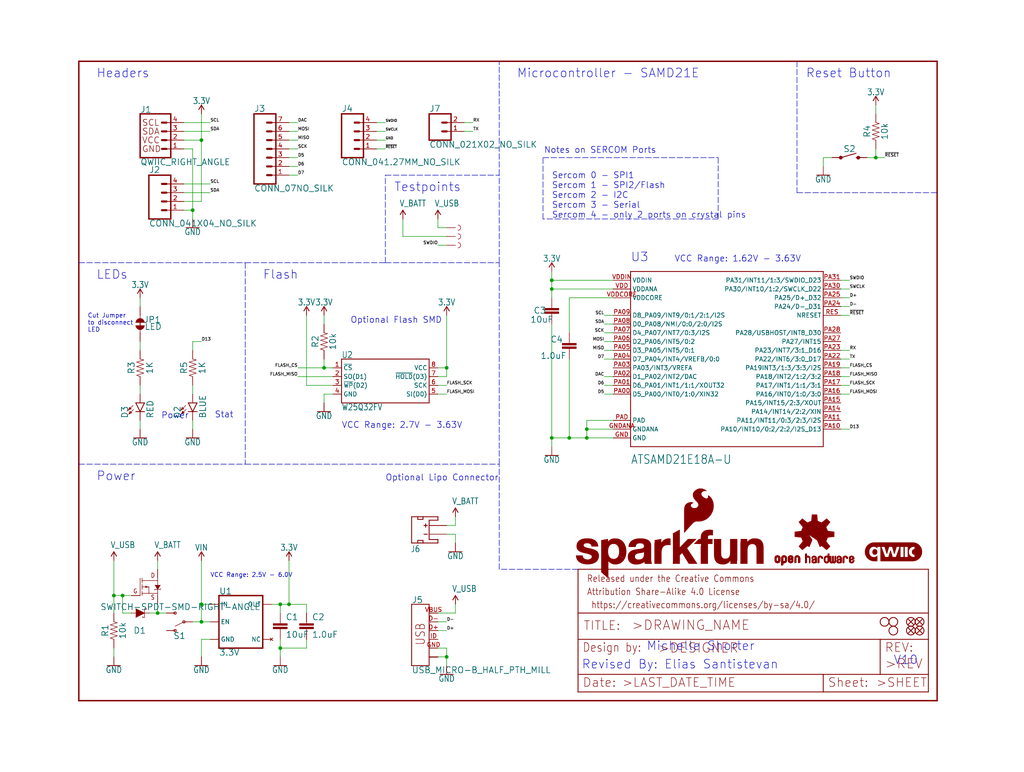
<source format=kicad_sch>
(kicad_sch (version 20211123) (generator eeschema)
  (paper "User" 297.002 223.926)
  (lib_symbols
    (symbol "eagleSchem-eagle-import:1.0UF-0402-16V-10%"
      (property "Reference" "C" (at 1.524 2.921 0))
      (property "Value" "1.0UF-0402-16V-10%" (at 1.524 -2.159 0))
      (symbol "1.0UF-0402-16V-10%_1_0"
        (pin passive line (at 0 5.08 270) (length 2.54) (name "1") (number "1"))
        (pin passive line (at 0 -2.54 90) (length 2.54) (name "2") (number "2"))
      )
    )
    (symbol "eagleSchem-eagle-import:10KOHM-0402-1{slash}16W-1%"
      (property "Reference" "R" (at 0 1.524 0))
      (property "Value" "10KOHM-0402-1{slash}16W-1%" (at 0 -1.524 0))
      (symbol "10KOHM-0402-1{slash}16W-1%_1_0"
        (pin passive line (at -5.08 0 0) (length 2.54) (name "1") (number "1"))
        (pin passive line (at 5.08 0 180) (length 2.54) (name "2") (number "2"))
      )
    )
    (symbol "eagleSchem-eagle-import:10UF-0603-6.3V-20%"
      (property "Reference" "C" (at 1.524 2.921 0))
      (property "Value" "10UF-0603-6.3V-20%" (at 1.524 -2.159 0))
      (symbol "10UF-0603-6.3V-20%_1_0"
        (pin passive line (at 0 5.08 270) (length 2.54) (name "1") (number "1"))
        (pin passive line (at 0 -2.54 90) (length 2.54) (name "2") (number "2"))
      )
    )
    (symbol "eagleSchem-eagle-import:1KOHM-0402-1{slash}16W-1%"
      (property "Reference" "R" (at 0 1.524 0))
      (property "Value" "1KOHM-0402-1{slash}16W-1%" (at 0 -1.524 0))
      (symbol "1KOHM-0402-1{slash}16W-1%_1_0"
        (pin passive line (at -5.08 0 0) (length 2.54) (name "1") (number "1"))
        (pin passive line (at 5.08 0 180) (length 2.54) (name "2") (number "2"))
      )
    )
    (symbol "eagleSchem-eagle-import:3.3V" (power)
      (property "Value" "3.3V" (at 0 2.794 0))
      (symbol "3.3V_1_0"
        (pin power_in line (at 0 0 90) (length 2.54) (name "3.3V") (number "1"))
      )
    )
    (symbol "eagleSchem-eagle-import:ATSAMD21E18A-U"
      (property "Reference" "U" (at -27.94 27.94 0))
      (property "Value" "ATSAMD21E18A-U" (at -27.94 -30.48 0))
      (symbol "ATSAMD21E18A-U_1_0"
        (pin power_in line (at -33.02 -22.86 0) (length 5.08) (name "GND") (number "GND"))
        (pin power_in line (at -33.02 -20.32 0) (length 5.08) (name "GNDANA") (number "GNDANA"))
        (pin bidirectional line (at -33.02 -10.16 0) (length 5.08) (name "D5_PA00/INT0/1:0/XIN32") (number "PA00"))
        (pin bidirectional line (at -33.02 -7.62 0) (length 5.08) (name "D6_PA01/INT1/1:1/XOUT32") (number "PA01"))
        (pin bidirectional line (at -33.02 -5.08 0) (length 5.08) (name "D1_PA02/INT2/DAC") (number "PA02"))
        (pin bidirectional line (at -33.02 -2.54 0) (length 5.08) (name "PA03/INT3/VREFA") (number "PA03"))
        (pin bidirectional line (at -33.02 0 0) (length 5.08) (name "D7_PA04/INT4/VREFB/0:0") (number "PA04"))
        (pin bidirectional line (at -33.02 2.54 0) (length 5.08) (name "D3_PA05/INT5/0:1") (number "PA05"))
        (pin bidirectional line (at -33.02 5.08 0) (length 5.08) (name "D2_PA06/INT5/0:2") (number "PA06"))
        (pin bidirectional line (at -33.02 7.62 0) (length 5.08) (name "D4_PA07/INT7/0:3/I2S") (number "PA07"))
        (pin bidirectional line (at -33.02 10.16 0) (length 5.08) (name "D0_PA08/NMI/0:0/2:0/I2S") (number "PA08"))
        (pin bidirectional line (at -33.02 12.7 0) (length 5.08) (name "D8_PA09/INT9/0:1/2:1/I2S") (number "PA09"))
        (pin bidirectional line (at 33.02 -20.32 180) (length 5.08) (name "PA10/INT10/0:2/2:2/I2S_D13") (number "PA10"))
        (pin bidirectional line (at 33.02 -17.78 180) (length 5.08) (name "PA11/INT11/0:3/2:3/I2S") (number "PA11"))
        (pin bidirectional line (at 33.02 -15.24 180) (length 5.08) (name "PA14/INT14/2:2/XIN") (number "PA14"))
        (pin bidirectional line (at 33.02 -12.7 180) (length 5.08) (name "PA15/INT15/2:3/XOUT") (number "PA15"))
        (pin bidirectional line (at 33.02 -10.16 180) (length 5.08) (name "PA16/INT0/1:0/3:0") (number "PA16"))
        (pin bidirectional line (at 33.02 -7.62 180) (length 5.08) (name "PA17/INT1/1:1/3:1") (number "PA17"))
        (pin bidirectional line (at 33.02 -5.08 180) (length 5.08) (name "PA18/INT2/1:2/3:2") (number "PA18"))
        (pin bidirectional line (at 33.02 -2.54 180) (length 5.08) (name "PA19INT3/1:3/3:3/I2S") (number "PA19"))
        (pin bidirectional line (at 33.02 0 180) (length 5.08) (name "PA22/INT6/3:0_D17") (number "PA22"))
        (pin bidirectional line (at 33.02 2.54 180) (length 5.08) (name "PA23/INT7/3:1_D16") (number "PA23"))
        (pin bidirectional line (at 33.02 15.24 180) (length 5.08) (name "PA24/D-_D31") (number "PA24"))
        (pin bidirectional line (at 33.02 17.78 180) (length 5.08) (name "PA25/D+_D32") (number "PA25"))
        (pin bidirectional line (at 33.02 5.08 180) (length 5.08) (name "PA27/INT15") (number "PA27"))
        (pin bidirectional line (at 33.02 7.62 180) (length 5.08) (name "PA28/USBHOST/INT8_D30") (number "PA28"))
        (pin bidirectional line (at 33.02 20.32 180) (length 5.08) (name "PA30/INT10/1:2/SWCLK_D22") (number "PA30"))
        (pin bidirectional line (at 33.02 22.86 180) (length 5.08) (name "PA31/INT11/1:3/SWDIO_D23") (number "PA31"))
        (pin power_in line (at -33.02 -17.78 0) (length 5.08) (name "PAD") (number "PAD"))
        (pin bidirectional line (at 33.02 12.7 180) (length 5.08) (name "NRESET") (number "RES"))
        (pin power_in line (at -33.02 20.32 0) (length 5.08) (name "VDDANA") (number "VDD"))
        (pin power_in line (at -33.02 17.78 0) (length 5.08) (name "VDDCORE") (number "VDDCORE"))
        (pin power_in line (at -33.02 22.86 0) (length 5.08) (name "VDDIN") (number "VDDIN"))
      )
    )
    (symbol "eagleSchem-eagle-import:CONN_021X02_NO_SILK"
      (property "Reference" "J" (at -2.54 5.588 0))
      (property "Value" "CONN_021X02_NO_SILK" (at -2.54 -4.826 0))
      (symbol "CONN_021X02_NO_SILK_1_0"
        (pin passive line (at 7.62 0 180) (length 5.08) (name "1") (number "1"))
        (pin passive line (at 7.62 2.54 180) (length 5.08) (name "2") (number "2"))
      )
    )
    (symbol "eagleSchem-eagle-import:CONN_041.27MM_NO_SILK"
      (property "Reference" "J" (at -5.08 8.128 0))
      (property "Value" "CONN_041.27MM_NO_SILK" (at -5.08 -7.366 0))
      (symbol "CONN_041.27MM_NO_SILK_1_0"
        (pin passive line (at 5.08 -2.54 180) (length 5.08) (name "1") (number "1"))
        (pin passive line (at 5.08 0 180) (length 5.08) (name "2") (number "2"))
        (pin passive line (at 5.08 2.54 180) (length 5.08) (name "3") (number "3"))
        (pin passive line (at 5.08 5.08 180) (length 5.08) (name "4") (number "4"))
      )
    )
    (symbol "eagleSchem-eagle-import:CONN_041X04_NO_SILK"
      (property "Reference" "J" (at -5.08 8.128 0))
      (property "Value" "CONN_041X04_NO_SILK" (at -5.08 -7.366 0))
      (symbol "CONN_041X04_NO_SILK_1_0"
        (pin passive line (at 5.08 -2.54 180) (length 5.08) (name "1") (number "1"))
        (pin passive line (at 5.08 0 180) (length 5.08) (name "2") (number "2"))
        (pin passive line (at 5.08 2.54 180) (length 5.08) (name "3") (number "3"))
        (pin passive line (at 5.08 5.08 180) (length 5.08) (name "4") (number "4"))
      )
    )
    (symbol "eagleSchem-eagle-import:CONN_07NO_SILK"
      (property "Reference" "J" (at -5.08 13.208 0))
      (property "Value" "CONN_07NO_SILK" (at -5.08 -9.906 0))
      (symbol "CONN_07NO_SILK_1_0"
        (pin passive line (at 5.08 -5.08 180) (length 5.08) (name "1") (number "1"))
        (pin passive line (at 5.08 -2.54 180) (length 5.08) (name "2") (number "2"))
        (pin passive line (at 5.08 0 180) (length 5.08) (name "3") (number "3"))
        (pin passive line (at 5.08 2.54 180) (length 5.08) (name "4") (number "4"))
        (pin passive line (at 5.08 5.08 180) (length 5.08) (name "5") (number "5"))
        (pin passive line (at 5.08 7.62 180) (length 5.08) (name "6") (number "6"))
        (pin passive line (at 5.08 10.16 180) (length 5.08) (name "7") (number "7"))
      )
    )
    (symbol "eagleSchem-eagle-import:DIODE-SCHOTTKY-BAT20J"
      (property "Reference" "D" (at -2.54 2.032 0))
      (property "Value" "DIODE-SCHOTTKY-BAT20J" (at -2.54 -2.032 0))
      (symbol "DIODE-SCHOTTKY-BAT20J_1_0"
        (pin passive line (at -2.54 0 0) (length 0) (name "A") (number "A"))
        (pin passive line (at 2.54 0 180) (length 0) (name "C") (number "C"))
      )
    )
    (symbol "eagleSchem-eagle-import:FIDUCIALUFIDUCIAL")
    (symbol "eagleSchem-eagle-import:FRAME-LETTER"
      (symbol "FRAME-LETTER_2_0"
        (text " https://creativecommons.org/licenses/by-sa/4.0/" (at 2.54 24.13 0) (effects (font (size 1.9304 1.6408)) (justify left bottom)))
        (text ">DESIGNER" (at 23.114 11.176 0) (effects (font (size 2.7432 2.7432)) (justify left bottom)))
        (text ">DRAWING_NAME" (at 15.494 17.78 0) (effects (font (size 2.7432 2.7432)) (justify left bottom)))
        (text ">LAST_DATE_TIME" (at 12.7 1.27 0) (effects (font (size 2.54 2.54)) (justify left bottom)))
        (text ">REV" (at 88.9 6.604 0) (effects (font (size 2.7432 2.7432)) (justify left bottom)))
        (text ">SHEET" (at 86.36 1.27 0) (effects (font (size 2.54 2.54)) (justify left bottom)))
        (text "Attribution Share-Alike 4.0 License" (at 2.54 27.94 0) (effects (font (size 1.9304 1.6408)) (justify left bottom)))
        (text "Date:" (at 1.27 1.27 0) (effects (font (size 2.54 2.54)) (justify left bottom)))
        (text "Design by:" (at 1.27 11.43 0) (effects (font (size 2.54 2.159)) (justify left bottom)))
        (text "Released under the Creative Commons" (at 2.54 31.75 0) (effects (font (size 1.9304 1.6408)) (justify left bottom)))
        (text "REV:" (at 88.9 11.43 0) (effects (font (size 2.54 2.54)) (justify left bottom)))
        (text "Sheet:" (at 72.39 1.27 0) (effects (font (size 2.54 2.54)) (justify left bottom)))
        (text "TITLE:" (at 1.524 17.78 0) (effects (font (size 2.54 2.54)) (justify left bottom)))
      )
    )
    (symbol "eagleSchem-eagle-import:GND" (power)
      (property "Value" "GND" (at 0 -0.254 0))
      (symbol "GND_1_0"
        (pin power_in line (at 0 2.54 270) (length 2.54) (name "GND") (number "1"))
      )
    )
    (symbol "eagleSchem-eagle-import:JST_2MM_MALE"
      (property "Reference" "J" (at -2.54 5.842 0))
      (symbol "JST_2MM_MALE_1_0"
        (pin bidirectional line (at 0 -5.08 90) (length 5.08) (name "-") (number "1"))
        (pin bidirectional line (at 2.54 -5.08 90) (length 5.08) (name "+") (number "2"))
        (pin bidirectional line (at -2.54 2.54 90) (length 0) (name "PAD1") (number "NC1"))
        (pin bidirectional line (at 5.08 2.54 90) (length 0) (name "PAD2") (number "NC2"))
      )
    )
    (symbol "eagleSchem-eagle-import:JUMPER-SMT_2_NC_TRACE_SILK"
      (property "Reference" "JP" (at -2.54 2.54 0))
      (property "Value" "JUMPER-SMT_2_NC_TRACE_SILK" (at -2.54 -2.54 0))
      (symbol "JUMPER-SMT_2_NC_TRACE_SILK_1_0"
        (pin passive line (at -5.08 0 0) (length 2.54) (name "1") (number "1"))
        (pin passive line (at 5.08 0 180) (length 2.54) (name "2") (number "2"))
      )
    )
    (symbol "eagleSchem-eagle-import:LED-BLUE0603"
      (property "Reference" "D" (at -3.429 -4.572 90))
      (property "Value" "LED-BLUE0603" (at 1.905 -4.572 90))
      (symbol "LED-BLUE0603_1_0"
        (pin passive line (at 0 2.54 270) (length 2.54) (name "A") (number "A"))
        (pin passive line (at 0 -5.08 90) (length 2.54) (name "C") (number "C"))
      )
    )
    (symbol "eagleSchem-eagle-import:LED-RED0603"
      (property "Reference" "D" (at -3.429 -4.572 90))
      (property "Value" "LED-RED0603" (at 1.905 -4.572 90))
      (symbol "LED-RED0603_1_0"
        (pin passive line (at 0 2.54 270) (length 2.54) (name "A") (number "A"))
        (pin passive line (at 0 -5.08 90) (length 2.54) (name "C") (number "C"))
      )
    )
    (symbol "eagleSchem-eagle-import:MOMENTARY-SWITCH-SPST-SMD-4.6X2.8MM"
      (property "Reference" "S" (at 0 1.524 0))
      (property "Value" "MOMENTARY-SWITCH-SPST-SMD-4.6X2.8MM" (at 0 -0.508 0))
      (symbol "MOMENTARY-SWITCH-SPST-SMD-4.6X2.8MM_1_0"
        (pin passive line (at -5.08 0 0) (length 2.54) (name "1") (number "1"))
        (pin passive line (at -5.08 0 0) (length 2.54) (name "1") (number "2"))
        (pin passive line (at 5.08 0 180) (length 2.54) (name "2") (number "3"))
        (pin passive line (at 5.08 0 180) (length 2.54) (name "2") (number "4"))
      )
    )
    (symbol "eagleSchem-eagle-import:MOSFET_PCH-DMG2307L"
      (property "Reference" "Q" (at 5.08 0 0))
      (property "Value" "MOSFET_PCH-DMG2307L" (at 5.08 -2.54 0))
      (symbol "MOSFET_PCH-DMG2307L_1_0"
        (text "D" (at 0.508 2.54 0) (effects (font (size 1.27 1.0795)) (justify left bottom)))
        (text "G" (at -3.302 -0.508 0) (effects (font (size 1.27 1.0795)) (justify right top)))
        (text "S" (at 0.508 -3.81 0) (effects (font (size 1.27 1.0795)) (justify left bottom)))
        (pin bidirectional line (at -5.08 -2.54 0) (length 2.54) (name "G") (number "1"))
        (pin bidirectional line (at 2.54 -5.08 90) (length 2.54) (name "S") (number "2"))
        (pin bidirectional line (at 2.54 5.08 270) (length 2.54) (name "D") (number "3"))
      )
    )
    (symbol "eagleSchem-eagle-import:OSHW-LOGOS")
    (symbol "eagleSchem-eagle-import:QWIIC_CONNECTORJS-1MM"
      (property "Reference" "J" (at -5.08 7.874 0))
      (property "Value" "QWIIC_CONNECTORJS-1MM" (at -5.08 -5.334 0))
      (symbol "QWIIC_CONNECTORJS-1MM_1_0"
        (text "GND" (at -4.572 -2.54 0) (effects (font (size 1.778 1.778)) (justify left)))
        (text "SCL" (at -4.572 5.08 0) (effects (font (size 1.778 1.778)) (justify left)))
        (text "SDA" (at -4.572 2.54 0) (effects (font (size 1.778 1.778)) (justify left)))
        (text "VCC" (at -4.572 0 0) (effects (font (size 1.778 1.778)) (justify left)))
        (pin power_in line (at 7.62 -2.54 180) (length 5.08) (name "1") (number "1"))
        (pin power_in line (at 7.62 0 180) (length 5.08) (name "2") (number "2"))
        (pin passive line (at 7.62 2.54 180) (length 5.08) (name "3") (number "3"))
        (pin passive line (at 7.62 5.08 180) (length 5.08) (name "4") (number "4"))
      )
    )
    (symbol "eagleSchem-eagle-import:QWIIC_LOGO_3MM")
    (symbol "eagleSchem-eagle-import:SFE_LOGO_FLAME.2_INCH")
    (symbol "eagleSchem-eagle-import:SFE_LOGO_NAME.1_INCH")
    (symbol "eagleSchem-eagle-import:STAND-OFF")
    (symbol "eagleSchem-eagle-import:SWITCH-SPDT-SMD-RIGHT-ANGLE"
      (property "Reference" "S" (at 1.27 3.048 0))
      (property "Value" "SWITCH-SPDT-SMD-RIGHT-ANGLE" (at 1.016 -3.302 0))
      (symbol "SWITCH-SPDT-SMD-RIGHT-ANGLE_1_0"
        (pin passive line (at 5.08 2.54 180) (length 2.54) (name "O") (number "1"))
        (pin passive line (at -2.54 0 0) (length 2.54) (name "P") (number "2"))
        (pin passive line (at 5.08 -2.54 180) (length 2.54) (name "S") (number "3"))
      )
    )
    (symbol "eagleSchem-eagle-import:TEST-POINTTP_15TH_THRU"
      (property "Reference" "TP" (at -2.54 2.54 0))
      (property "Value" "TEST-POINTTP_15TH_THRU" (at -2.54 -2.54 0))
      (symbol "TEST-POINTTP_15TH_THRU_1_0"
        (pin bidirectional line (at 0 0 180) (length 0) (name "1") (number "P$1"))
      )
    )
    (symbol "eagleSchem-eagle-import:USB_MICRO-B_HALF_PTH_MILL"
      (property "Reference" "J" (at -2.54 10.414 0))
      (property "Value" "USB_MICRO-B_HALF_PTH_MILL" (at -2.54 -9.906 0))
      (symbol "USB_MICRO-B_HALF_PTH_MILL_1_0"
        (text "USB" (at 0 1.524 900) (effects (font (size 2.54 2.159))))
        (pin bidirectional line (at 5.08 2.54 180) (length 2.54) (name "D+") (number "D+"))
        (pin bidirectional line (at 5.08 5.08 180) (length 2.54) (name "D-") (number "D-"))
        (pin power_in line (at 5.08 -2.54 180) (length 2.54) (name "GND") (number "GND"))
        (pin bidirectional line (at 5.08 0 180) (length 2.54) (name "ID") (number "ID"))
        (pin bidirectional line (at 5.08 -5.08 180) (length 2.54) (name "SHIELD") (number "SHIELD"))
        (pin bidirectional line (at 5.08 -5.08 180) (length 2.54) (name "SHIELD") (number "SHIELD10"))
        (pin bidirectional line (at 5.08 -5.08 180) (length 2.54) (name "SHIELD") (number "SHIELD2"))
        (pin bidirectional line (at 5.08 -5.08 180) (length 2.54) (name "SHIELD") (number "SHIELD3"))
        (pin bidirectional line (at 5.08 -5.08 180) (length 2.54) (name "SHIELD") (number "SHIELD4"))
        (pin bidirectional line (at 5.08 -5.08 180) (length 2.54) (name "SHIELD") (number "SHIELD5"))
        (pin bidirectional line (at 5.08 -5.08 180) (length 2.54) (name "SHIELD") (number "SHIELD6"))
        (pin bidirectional line (at 5.08 -5.08 180) (length 2.54) (name "SHIELD") (number "SHIELD7"))
        (pin bidirectional line (at 5.08 -5.08 180) (length 2.54) (name "SHIELD") (number "SHIELD8"))
        (pin bidirectional line (at 5.08 -5.08 180) (length 2.54) (name "SHIELD") (number "SHIELD9"))
        (pin power_in line (at 5.08 7.62 180) (length 2.54) (name "VBUS") (number "VBUS"))
      )
    )
    (symbol "eagleSchem-eagle-import:VIN" (power)
      (property "Value" "VIN" (at 0 2.794 0))
      (symbol "VIN_1_0"
        (pin power_in line (at 0 0 90) (length 2.54) (name "VIN") (number "1"))
      )
    )
    (symbol "eagleSchem-eagle-import:V_BATT" (power)
      (property "Value" "V_BATT" (at 0 2.794 0))
      (symbol "V_BATT_1_0"
        (pin power_in line (at 0 0 90) (length 2.54) (name "V_BATT") (number "1"))
      )
    )
    (symbol "eagleSchem-eagle-import:V_REG_AP2112K-3.3V"
      (property "Reference" "U" (at -7.62 7.874 0))
      (property "Value" "V_REG_AP2112K-3.3V" (at -7.62 -7.874 0))
      (symbol "V_REG_AP2112K-3.3V_1_0"
        (pin input line (at -10.16 5.08 0) (length 2.54) (name "IN") (number "1"))
        (pin input line (at -10.16 -5.08 0) (length 2.54) (name "GND") (number "2"))
        (pin input line (at -10.16 0 0) (length 2.54) (name "EN") (number "3"))
        (pin no_connect line (at 7.62 -5.08 180) (length 2.54) (name "NC") (number "4"))
        (pin passive line (at 7.62 5.08 180) (length 2.54) (name "OUT") (number "5"))
      )
    )
    (symbol "eagleSchem-eagle-import:V_USB" (power)
      (property "Value" "V_USB" (at 0 2.794 0))
      (symbol "V_USB_1_0"
        (pin power_in line (at 0 0 90) (length 2.54) (name "V_USB") (number "1"))
      )
    )
    (symbol "eagleSchem-eagle-import:W25Q32FVSS"
      (property "Reference" "U" (at -12.7 5.334 0))
      (property "Value" "W25Q32FVSS" (at -12.7 -7.874 0))
      (symbol "W25Q32FVSS_1_0"
        (pin bidirectional line (at -15.24 2.54 0) (length 2.54) (name "~{CS}") (number "1"))
        (pin bidirectional line (at -15.24 0 0) (length 2.54) (name "SO(D1)") (number "2"))
        (pin bidirectional line (at -15.24 -2.54 0) (length 2.54) (name "~{WP}(D2)") (number "3"))
        (pin bidirectional line (at -15.24 -5.08 0) (length 2.54) (name "GND") (number "4"))
        (pin bidirectional line (at 15.24 -5.08 180) (length 2.54) (name "SI(D0)") (number "5"))
        (pin bidirectional line (at 15.24 -2.54 180) (length 2.54) (name "SCK") (number "6"))
        (pin bidirectional line (at 15.24 0 180) (length 2.54) (name "~{HOLD}(D3)") (number "7"))
        (pin bidirectional line (at 15.24 2.54 180) (length 2.54) (name "VCC") (number "8"))
      )
    )
  )
  (junction (at 55.88 60.96))
  (junction (at 254 45.72))
  (junction (at 129.54 190.5))
  (junction (at 165.1 127))
  (junction (at 129.54 106.68))
  (junction (at 160.02 127))
  (junction (at 160.02 81.28))
  (junction (at 81.28 187.96))
  (junction (at 170.18 124.46))
  (junction (at 35.56 172.72))
  (junction (at 33.02 172.72))
  (junction (at 83.82 175.26))
  (junction (at 81.28 175.26))
  (junction (at 58.42 40.64))
  (junction (at 45.72 177.8))
  (junction (at 93.98 106.68))
  (junction (at 160.02 83.82))
  (junction (at 58.42 175.26))
  (junction (at 58.42 180.34))
  (junction (at 170.18 127))
  (wire (pts (xy 132.08 177.8) (xy 132.08 175.26)))
  (wire (pts (xy 243.84 101.6) (xy 246.38 101.6)))
  (wire (pts (xy 45.72 175.26) (xy 45.72 177.8)))
  (wire (pts (xy 83.82 175.26) (xy 83.82 162.56)))
  (wire (pts (xy 177.8 101.6) (xy 175.26 101.6)))
  (polyline (pts (xy 157.48 45.72) (xy 208.28 45.72)))
  (wire (pts (xy 160.02 81.28) (xy 160.02 78.74)))
  (wire (pts (xy 127 106.68) (xy 129.54 106.68)))
  (wire (pts (xy 93.98 93.98) (xy 93.98 91.44)))
  (wire (pts (xy 127 180.34) (xy 129.54 180.34)))
  (wire (pts (xy 55.88 114.3) (xy 55.88 111.76)))
  (wire (pts (xy 160.02 86.36) (xy 160.02 83.82)))
  (wire (pts (xy 35.56 177.8) (xy 38.1 177.8)))
  (wire (pts (xy 134.62 35.56) (xy 137.16 35.56)))
  (wire (pts (xy 93.98 104.14) (xy 93.98 106.68)))
  (wire (pts (xy 83.82 40.64) (xy 86.36 40.64)))
  (wire (pts (xy 81.28 185.42) (xy 81.28 187.96)))
  (wire (pts (xy 129.54 190.5) (xy 129.54 193.04)))
  (wire (pts (xy 160.02 127) (xy 160.02 93.98)))
  (wire (pts (xy 243.84 106.68) (xy 246.38 106.68)))
  (wire (pts (xy 93.98 114.3) (xy 93.98 116.84)))
  (wire (pts (xy 165.1 127) (xy 170.18 127)))
  (wire (pts (xy 88.9 175.26) (xy 83.82 175.26)))
  (wire (pts (xy 241.3 45.72) (xy 238.76 45.72)))
  (wire (pts (xy 45.72 162.56) (xy 45.72 165.1)))
  (wire (pts (xy 243.84 81.28) (xy 246.38 81.28)))
  (wire (pts (xy 38.1 172.72) (xy 35.56 172.72)))
  (wire (pts (xy 129.54 154.94) (xy 132.08 154.94)))
  (wire (pts (xy 127 177.8) (xy 132.08 177.8)))
  (polyline (pts (xy 231.14 55.88) (xy 271.78 55.88)))
  (wire (pts (xy 129.54 71.12) (xy 127 71.12)))
  (wire (pts (xy 165.1 104.14) (xy 165.1 127)))
  (wire (pts (xy 177.8 109.22) (xy 175.26 109.22)))
  (wire (pts (xy 83.82 35.56) (xy 86.36 35.56)))
  (wire (pts (xy 254 45.72) (xy 256.54 45.72)))
  (wire (pts (xy 116.84 68.58) (xy 116.84 63.5)))
  (wire (pts (xy 33.02 190.5) (xy 33.02 187.96)))
  (wire (pts (xy 129.54 109.22) (xy 129.54 106.68)))
  (wire (pts (xy 251.46 45.72) (xy 254 45.72)))
  (wire (pts (xy 127 182.88) (xy 129.54 182.88)))
  (polyline (pts (xy 144.78 165.1) (xy 144.78 134.62)))
  (polyline (pts (xy 71.12 76.2) (xy 71.12 134.62)))
  (wire (pts (xy 58.42 58.42) (xy 58.42 40.64)))
  (wire (pts (xy 165.1 127) (xy 160.02 127)))
  (polyline (pts (xy 144.78 76.2) (xy 144.78 50.8)))
  (wire (pts (xy 96.52 106.68) (xy 93.98 106.68)))
  (wire (pts (xy 88.9 185.42) (xy 88.9 187.96)))
  (wire (pts (xy 243.84 91.44) (xy 246.38 91.44)))
  (polyline (pts (xy 144.78 50.8) (xy 144.78 17.78)))
  (polyline (pts (xy 111.76 76.2) (xy 144.78 76.2)))
  (polyline (pts (xy 71.12 76.2) (xy 111.76 76.2)))
  (polyline (pts (xy 157.48 63.5) (xy 157.48 45.72)))
  (wire (pts (xy 129.54 152.4) (xy 132.08 152.4)))
  (wire (pts (xy 177.8 121.92) (xy 170.18 121.92)))
  (wire (pts (xy 45.72 177.8) (xy 48.26 177.8)))
  (wire (pts (xy 83.82 175.26) (xy 81.28 175.26)))
  (wire (pts (xy 127 187.96) (xy 129.54 187.96)))
  (wire (pts (xy 53.34 38.1) (xy 60.96 38.1)))
  (wire (pts (xy 83.82 38.1) (xy 86.36 38.1)))
  (wire (pts (xy 177.8 81.28) (xy 160.02 81.28)))
  (wire (pts (xy 254 33.02) (xy 254 30.48)))
  (wire (pts (xy 129.54 66.04) (xy 127 66.04)))
  (wire (pts (xy 109.22 40.64) (xy 111.76 40.64)))
  (wire (pts (xy 53.34 53.34) (xy 60.96 53.34)))
  (wire (pts (xy 96.52 109.22) (xy 86.36 109.22)))
  (wire (pts (xy 177.8 86.36) (xy 165.1 86.36)))
  (wire (pts (xy 53.34 43.18) (xy 55.88 43.18)))
  (wire (pts (xy 53.34 60.96) (xy 55.88 60.96)))
  (wire (pts (xy 127 111.76) (xy 129.54 111.76)))
  (wire (pts (xy 238.76 45.72) (xy 238.76 48.26)))
  (wire (pts (xy 93.98 106.68) (xy 86.36 106.68)))
  (wire (pts (xy 243.84 104.14) (xy 246.38 104.14)))
  (wire (pts (xy 33.02 177.8) (xy 33.02 172.72)))
  (polyline (pts (xy 111.76 50.8) (xy 144.78 50.8)))
  (polyline (pts (xy 22.86 134.62) (xy 71.12 134.62)))
  (polyline (pts (xy 22.86 76.2) (xy 71.12 76.2)))
  (wire (pts (xy 177.8 124.46) (xy 170.18 124.46)))
  (wire (pts (xy 60.96 175.26) (xy 58.42 175.26)))
  (polyline (pts (xy 167.64 165.1) (xy 144.78 165.1)))
  (wire (pts (xy 177.8 93.98) (xy 175.26 93.98)))
  (wire (pts (xy 134.62 38.1) (xy 137.16 38.1)))
  (polyline (pts (xy 208.28 45.72) (xy 208.28 63.5)))
  (wire (pts (xy 58.42 180.34) (xy 58.42 175.26)))
  (wire (pts (xy 55.88 60.96) (xy 55.88 63.5)))
  (wire (pts (xy 53.34 58.42) (xy 58.42 58.42)))
  (wire (pts (xy 60.96 180.34) (xy 58.42 180.34)))
  (wire (pts (xy 177.8 83.82) (xy 160.02 83.82)))
  (wire (pts (xy 165.1 86.36) (xy 165.1 96.52)))
  (wire (pts (xy 60.96 185.42) (xy 58.42 185.42)))
  (wire (pts (xy 243.84 83.82) (xy 246.38 83.82)))
  (wire (pts (xy 96.52 114.3) (xy 93.98 114.3)))
  (wire (pts (xy 58.42 175.26) (xy 58.42 162.56)))
  (wire (pts (xy 243.84 109.22) (xy 246.38 109.22)))
  (wire (pts (xy 127 109.22) (xy 129.54 109.22)))
  (wire (pts (xy 243.84 111.76) (xy 246.38 111.76)))
  (wire (pts (xy 170.18 124.46) (xy 170.18 127)))
  (wire (pts (xy 81.28 187.96) (xy 81.28 190.5)))
  (wire (pts (xy 243.84 124.46) (xy 246.38 124.46)))
  (wire (pts (xy 58.42 40.64) (xy 58.42 33.02)))
  (polyline (pts (xy 208.28 63.5) (xy 157.48 63.5)))
  (polyline (pts (xy 144.78 134.62) (xy 144.78 76.2)))
  (wire (pts (xy 88.9 187.96) (xy 81.28 187.96)))
  (wire (pts (xy 33.02 162.56) (xy 33.02 172.72)))
  (wire (pts (xy 243.84 114.3) (xy 246.38 114.3)))
  (wire (pts (xy 58.42 185.42) (xy 58.42 190.5)))
  (wire (pts (xy 127 66.04) (xy 127 63.5)))
  (wire (pts (xy 177.8 96.52) (xy 175.26 96.52)))
  (wire (pts (xy 129.54 106.68) (xy 129.54 91.44)))
  (wire (pts (xy 109.22 35.56) (xy 111.76 35.56)))
  (wire (pts (xy 55.88 101.6) (xy 55.88 99.06)))
  (wire (pts (xy 81.28 177.8) (xy 81.28 175.26)))
  (wire (pts (xy 109.22 43.18) (xy 111.76 43.18)))
  (wire (pts (xy 177.8 104.14) (xy 175.26 104.14)))
  (wire (pts (xy 177.8 127) (xy 170.18 127)))
  (wire (pts (xy 129.54 187.96) (xy 129.54 190.5)))
  (wire (pts (xy 40.64 99.06) (xy 40.64 101.6)))
  (wire (pts (xy 53.34 40.64) (xy 58.42 40.64)))
  (wire (pts (xy 83.82 45.72) (xy 86.36 45.72)))
  (polyline (pts (xy 231.14 17.78) (xy 231.14 55.88)))
  (wire (pts (xy 83.82 48.26) (xy 86.36 48.26)))
  (wire (pts (xy 132.08 154.94) (xy 132.08 157.48)))
  (wire (pts (xy 254 43.18) (xy 254 45.72)))
  (wire (pts (xy 35.56 172.72) (xy 33.02 172.72)))
  (wire (pts (xy 127 114.3) (xy 129.54 114.3)))
  (wire (pts (xy 53.34 55.88) (xy 60.96 55.88)))
  (wire (pts (xy 40.64 121.92) (xy 40.64 124.46)))
  (wire (pts (xy 88.9 111.76) (xy 88.9 91.44)))
  (wire (pts (xy 160.02 83.82) (xy 160.02 81.28)))
  (wire (pts (xy 83.82 43.18) (xy 86.36 43.18)))
  (wire (pts (xy 243.84 88.9) (xy 246.38 88.9)))
  (wire (pts (xy 127 190.5) (xy 129.54 190.5)))
  (wire (pts (xy 35.56 172.72) (xy 35.56 177.8)))
  (wire (pts (xy 132.08 152.4) (xy 132.08 149.86)))
  (wire (pts (xy 177.8 99.06) (xy 175.26 99.06)))
  (wire (pts (xy 129.54 68.58) (xy 116.84 68.58)))
  (wire (pts (xy 83.82 50.8) (xy 86.36 50.8)))
  (wire (pts (xy 96.52 111.76) (xy 88.9 111.76)))
  (wire (pts (xy 177.8 111.76) (xy 175.26 111.76)))
  (wire (pts (xy 55.88 180.34) (xy 58.42 180.34)))
  (wire (pts (xy 88.9 175.26) (xy 88.9 177.8)))
  (wire (pts (xy 55.88 43.18) (xy 55.88 60.96)))
  (wire (pts (xy 40.64 86.36) (xy 40.64 88.9)))
  (wire (pts (xy 177.8 114.3) (xy 175.26 114.3)))
  (wire (pts (xy 160.02 129.54) (xy 160.02 127)))
  (wire (pts (xy 43.18 177.8) (xy 45.72 177.8)))
  (wire (pts (xy 55.88 99.06) (xy 58.42 99.06)))
  (wire (pts (xy 109.22 38.1) (xy 111.76 38.1)))
  (wire (pts (xy 40.64 111.76) (xy 40.64 114.3)))
  (wire (pts (xy 243.84 86.36) (xy 246.38 86.36)))
  (wire (pts (xy 53.34 35.56) (xy 60.96 35.56)))
  (wire (pts (xy 170.18 121.92) (xy 170.18 124.46)))
  (wire (pts (xy 177.8 91.44) (xy 175.26 91.44)))
  (polyline (pts (xy 111.76 76.2) (xy 111.76 50.8)))
  (wire (pts (xy 78.74 175.26) (xy 81.28 175.26)))
  (polyline (pts (xy 71.12 134.62) (xy 144.78 134.62)))
  (wire (pts (xy 55.88 121.92) (xy 55.88 124.46)))
  (text "LEDs" (at 27.94 81.28 180) (effects (font (size 2.54 2.54)) (justify left bottom)))
  (text "Cut Jumper\nto disconnect\nLED" (at 25.4 96.52 180) (effects (font (size 1.27 1.27)) (justify left bottom)))
  (text "Reset Button" (at 233.68 22.86 180) (effects (font (size 2.54 2.54)) (justify left bottom)))
  (text "Michelle Shorter" (at 187.452 188.976 180) (effects (font (size 2.54 2.54)) (justify left bottom)))
  (text "Flash" (at 76.2 81.28 180) (effects (font (size 2.54 2.54)) (justify left bottom)))
  (text "Testpoints" (at 114.3 55.88 180) (effects (font (size 2.54 2.54)) (justify left bottom)))
  (text "V10" (at 259.08 193.04 180) (effects (font (size 2.54 2.54)) (justify left bottom)))
  (text "Power" (at 46.736 121.666 180) (effects (font (size 1.778 1.778)) (justify left bottom)))
  (text "Headers" (at 27.94 22.86 180) (effects (font (size 2.54 2.54)) (justify left bottom)))
  (text "VCC Range: 2.5V - 6.0V" (at 60.96 167.64 180) (effects (font (size 1.27 1.27)) (justify left bottom)))
  (text "VCC Range: 1.62V - 3.63V" (at 195.58 76.2 180) (effects (font (size 1.778 1.778)) (justify left bottom)))
  (text "U3" (at 182.88 76.2 180) (effects (font (size 2.54 2.54)) (justify left bottom)))
  (text "VCC Range: 2.7V - 3.63V" (at 99.06 124.46 180) (effects (font (size 1.778 1.778)) (justify left bottom)))
  (text "Notes on SERCOM Ports" (at 157.734 44.704 180) (effects (font (size 1.778 1.778)) (justify left bottom)))
  (text "Sercom 0 - SPI1\nSercom 1 - SPI2/Flash\nSercom 2 - I2C\nSercom 3 - Serial\nSercom 4 - only 2 ports on crystal pins" (at 160.02 63.5 0) (effects (font (size 1.778 1.778)) (justify left bottom)))
  (text "Optional Flash SMD" (at 101.6 93.98 180) (effects (font (size 1.778 1.778)) (justify left bottom)))
  (text "Stat" (at 62.23 121.412 180) (effects (font (size 1.778 1.778)) (justify left bottom)))
  (text "Power" (at 27.94 139.7 180) (effects (font (size 2.54 2.54)) (justify left bottom)))
  (text "Microcontroller - SAMD21E" (at 149.86 22.86 180) (effects (font (size 2.54 2.54)) (justify left bottom)))
  (text "Optional Lipo Connector" (at 111.76 139.7 180) (effects (font (size 1.778 1.778)) (justify left bottom)))
  (text "Revised By: Elias Santistevan" (at 168.656 194.31 180) (effects (font (size 2.54 2.54)) (justify left bottom)))
  (label "~{RESET}" (at 111.76 43.18 0) (effects (font (size 0.7112 0.7112))))
  (label "TX" (at 137.16 38.1 0) (effects (font (size 0.889 0.889))))
  (label "MISO" (at 86.36 40.64 0) (effects (font (size 0.889 0.889))))
  (label "RX" (at 137.16 35.56 0) (effects (font (size 0.889 0.889))))
  (label "SDA" (at 60.96 38.1 0) (effects (font (size 0.889 0.889))))
  (label "SWCLK" (at 111.76 38.1 0) (effects (font (size 0.7112 0.7112))))
  (label "DAC" (at 175.26 109.22 180) (effects (font (size 0.889 0.889))))
  (label "MOSI" (at 175.26 99.06 180) (effects (font (size 0.889 0.889))))
  (label "D6" (at 175.26 111.76 180) (effects (font (size 0.889 0.889))))
  (label "D6" (at 86.36 48.26 0) (effects (font (size 0.889 0.889))))
  (label "D13" (at 58.42 99.06 0) (effects (font (size 0.889 0.889))))
  (label "FLASH_MOSI" (at 129.54 114.3 0) (effects (font (size 0.889 0.889))))
  (label "D+" (at 246.38 86.36 0) (effects (font (size 0.889 0.889))))
  (label "SCK" (at 175.26 96.52 180) (effects (font (size 0.889 0.889))))
  (label "FLASH_SCK" (at 129.54 111.76 0) (effects (font (size 0.889 0.889))))
  (label "SCL" (at 60.96 53.34 0) (effects (font (size 0.889 0.889))))
  (label "SWDIO" (at 111.76 35.56 0) (effects (font (size 0.7112 0.7112))))
  (label "D5" (at 86.36 45.72 0) (effects (font (size 0.889 0.889))))
  (label "FLASH_CS" (at 246.38 106.68 0) (effects (font (size 0.889 0.889))))
  (label "FLASH_MOSI" (at 246.38 114.3 0) (effects (font (size 0.889 0.889))))
  (label "D5" (at 175.26 114.3 180) (effects (font (size 0.889 0.889))))
  (label "FLASH_SCK" (at 246.38 111.76 0) (effects (font (size 0.889 0.889))))
  (label "SCL" (at 175.26 91.44 180) (effects (font (size 0.889 0.889))))
  (label "MOSI" (at 86.36 38.1 0) (effects (font (size 0.889 0.889))))
  (label "DAC" (at 86.36 35.56 0) (effects (font (size 0.889 0.889))))
  (label "D7" (at 86.36 50.8 0) (effects (font (size 0.889 0.889))))
  (label "SCL" (at 60.96 35.56 0) (effects (font (size 0.889 0.889))))
  (label "SWCLK" (at 246.38 83.82 0) (effects (font (size 0.889 0.889))))
  (label "TX" (at 246.38 104.14 0) (effects (font (size 0.889 0.889))))
  (label "~{RESET}" (at 256.54 45.72 0) (effects (font (size 0.889 0.889))))
  (label "SCK" (at 86.36 43.18 0) (effects (font (size 0.889 0.889))))
  (label "SDA" (at 60.96 55.88 0) (effects (font (size 0.889 0.889))))
  (label "D13" (at 246.38 124.46 0) (effects (font (size 0.889 0.889))))
  (label "FLASH_CS" (at 86.36 106.68 180) (effects (font (size 0.889 0.889))))
  (label "D-" (at 129.54 180.34 0) (effects (font (size 0.889 0.889))))
  (label "FLASH_MISO" (at 86.36 109.22 180) (effects (font (size 0.889 0.889))))
  (label "~{RESET}" (at 246.38 91.44 0) (effects (font (size 0.889 0.889))))
  (label "D+" (at 129.54 182.88 0) (effects (font (size 0.889 0.889))))
  (label "MISO" (at 175.26 101.6 180) (effects (font (size 0.889 0.889))))
  (label "GND" (at 111.76 40.64 0) (effects (font (size 0.7112 0.7112))))
  (label "SWDIO" (at 127 71.12 180) (effects (font (size 0.889 0.889))))
  (label "RX" (at 246.38 101.6 0) (effects (font (size 0.889 0.889))))
  (label "D7" (at 175.26 104.14 180) (effects (font (size 0.889 0.889))))
  (label "FLASH_MISO" (at 246.38 109.22 0) (effects (font (size 0.889 0.889))))
  (label "SDA" (at 175.26 93.98 180) (effects (font (size 0.889 0.889))))
  (label "D-" (at 246.38 88.9 0) (effects (font (size 0.889 0.889))))
  (label "SWDIO" (at 246.38 81.28 0) (effects (font (size 0.889 0.889))))
  (symbol (lib_id "eagleSchem-eagle-import:FRAME-LETTER") (at 167.64 200.66 0) (unit 2)
    (property "Reference" "FRAME1" (effects hide))
    (property "Value" "FRAME-LETTER" (effects hide))
    (property "Footprint" "eagleSchem:CREATIVE_COMMONS" (effects hide))
  )
  (symbol (lib_id "eagleSchem-eagle-import:ATSAMD21E18A-U") (at 210.82 104.14 0) (unit 1)
    (property "Reference" "U3" (effects hide))
    (property "Value" "ATSAMD21E18A-U" (at 182.88 134.62 0) (effects (font (size 2.54 2.159)) (justify left bottom)))
    (property "Footprint" "eagleSchem:QFN-32_SAMD" (effects hide))
  )
  (symbol (lib_id "eagleSchem-eagle-import:MOSFET_PCH-DMG2307L") (at 43.18 170.18 0) (unit 1)
    (property "Reference" "Q1" (effects hide))
    (property "Value" "3.1A/30V/105mΩ" (effects hide))
    (property "Footprint" "eagleSchem:SOT23-3" (effects hide))
  )
  (symbol (lib_id "eagleSchem-eagle-import:GND") (at 40.64 127 0) (unit 1)
    (property "Reference" "#GND7" (effects hide))
    (property "Value" "GND" (at 40.64 127.254 0) (effects (font (size 1.778 1.5113)) (justify top)))
    (property "Footprint" "eagleSchem:" (effects hide))
  )
  (symbol (lib_id "eagleSchem-eagle-import:V_BATT") (at 132.08 149.86 0) (unit 1)
    (property "Reference" "#SUPPLY13" (effects hide))
    (property "Value" "V_BATT" (at 131.064 146.304 0) (effects (font (size 1.778 1.5113)) (justify left bottom)))
    (property "Footprint" "eagleSchem:" (effects hide))
  )
  (symbol (lib_id "eagleSchem-eagle-import:10KOHM-0402-1{slash}16W-1%") (at 254 38.1 90) (unit 1)
    (property "Reference" "R4" (at 252.476 38.1 0) (effects (font (size 1.778 1.778)) (justify bottom)))
    (property "Value" "10k" (at 255.524 38.1 0) (effects (font (size 1.778 1.778)) (justify top)))
    (property "Footprint" "eagleSchem:0402" (effects hide))
  )
  (symbol (lib_id "eagleSchem-eagle-import:V_USB") (at 127 63.5 0) (unit 1)
    (property "Reference" "#SUPPLY11" (effects hide))
    (property "Value" "V_USB" (at 125.984 59.944 0) (effects (font (size 1.778 1.5113)) (justify left bottom)))
    (property "Footprint" "eagleSchem:" (effects hide))
  )
  (symbol (lib_id "eagleSchem-eagle-import:TEST-POINTTP_15TH_THRU") (at 129.54 71.12 0) (unit 1)
    (property "Reference" "TP3" (effects hide))
    (property "Value" "TEST-POINTTP_15TH_THRU" (effects hide))
    (property "Footprint" "eagleSchem:TP_15TH" (effects hide))
  )
  (symbol (lib_id "eagleSchem-eagle-import:3.3V") (at 83.82 162.56 0) (unit 1)
    (property "Reference" "#SUPPLY6" (effects hide))
    (property "Value" "3.3V" (at 83.82 159.766 0) (effects (font (size 1.778 1.5113)) (justify bottom)))
    (property "Footprint" "eagleSchem:" (effects hide))
  )
  (symbol (lib_id "eagleSchem-eagle-import:1.0UF-0402-16V-10%") (at 88.9 182.88 0) (unit 1)
    (property "Reference" "C2" (at 90.424 179.959 0) (effects (font (size 1.778 1.778)) (justify left bottom)))
    (property "Value" "1.0uF" (at 90.424 185.039 0) (effects (font (size 1.778 1.778)) (justify left bottom)))
    (property "Footprint" "eagleSchem:0402" (effects hide))
  )
  (symbol (lib_id "eagleSchem-eagle-import:CONN_041X04_NO_SILK") (at 48.26 58.42 0) (unit 1)
    (property "Reference" "J2" (at 43.18 50.292 0) (effects (font (size 1.778 1.778)) (justify left bottom)))
    (property "Value" "CONN_041X04_NO_SILK" (at 43.18 65.786 0) (effects (font (size 1.778 1.778)) (justify left bottom)))
    (property "Footprint" "eagleSchem:1X04_NO_SILK" (effects hide))
  )
  (symbol (lib_id "eagleSchem-eagle-import:GND") (at 33.02 193.04 0) (unit 1)
    (property "Reference" "#GND1" (effects hide))
    (property "Value" "GND" (at 33.02 193.294 0) (effects (font (size 1.778 1.5113)) (justify top)))
    (property "Footprint" "eagleSchem:" (effects hide))
  )
  (symbol (lib_id "eagleSchem-eagle-import:V_USB") (at 132.08 175.26 0) (unit 1)
    (property "Reference" "#SUPPLY14" (effects hide))
    (property "Value" "V_USB" (at 131.064 171.704 0) (effects (font (size 1.778 1.5113)) (justify left bottom)))
    (property "Footprint" "eagleSchem:" (effects hide))
  )
  (symbol (lib_id "eagleSchem-eagle-import:3.3V") (at 129.54 91.44 0) (unit 1)
    (property "Reference" "#SUPPLY12" (effects hide))
    (property "Value" "3.3V" (at 129.54 88.646 0) (effects (font (size 1.778 1.5113)) (justify bottom)))
    (property "Footprint" "eagleSchem:" (effects hide))
  )
  (symbol (lib_id "eagleSchem-eagle-import:10KOHM-0402-1{slash}16W-1%") (at 33.02 182.88 90) (unit 1)
    (property "Reference" "R1" (at 31.496 182.88 0) (effects (font (size 1.778 1.778)) (justify bottom)))
    (property "Value" "10k" (at 34.544 182.88 0) (effects (font (size 1.778 1.778)) (justify top)))
    (property "Footprint" "eagleSchem:0402" (effects hide))
  )
  (symbol (lib_id "eagleSchem-eagle-import:STAND-OFF") (at 259.08 180.34 0) (unit 1)
    (property "Reference" "H2" (effects hide))
    (property "Value" "STAND-OFF" (effects hide))
    (property "Footprint" "eagleSchem:STAND-OFF" (effects hide))
  )
  (symbol (lib_id "eagleSchem-eagle-import:FIDUCIALUFIDUCIAL") (at 266.7 180.34 0) (unit 1)
    (property "Reference" "FD3" (effects hide))
    (property "Value" "FIDUCIALUFIDUCIAL" (effects hide))
    (property "Footprint" "eagleSchem:FIDUCIAL-MICRO" (effects hide))
  )
  (symbol (lib_id "eagleSchem-eagle-import:CONN_041.27MM_NO_SILK") (at 104.14 40.64 0) (unit 1)
    (property "Reference" "J4" (at 99.06 32.512 0) (effects (font (size 1.778 1.778)) (justify left bottom)))
    (property "Value" "CONN_041.27MM_NO_SILK" (at 99.06 48.006 0) (effects (font (size 1.778 1.778)) (justify left bottom)))
    (property "Footprint" "eagleSchem:1X04_1.27MM_NO_SILK" (effects hide))
  )
  (symbol (lib_id "eagleSchem-eagle-import:MOMENTARY-SWITCH-SPST-SMD-4.6X2.8MM") (at 246.38 45.72 0) (unit 1)
    (property "Reference" "S2" (at 246.38 44.196 0) (effects (font (size 1.778 1.778)) (justify bottom)))
    (property "Value" "MOMENTARY-SWITCH-SPST-SMD-4.6X2.8MM" (effects hide))
    (property "Footprint" "eagleSchem:TACTILE_SWITCH_SMD_4.6X2.8MM" (effects hide))
  )
  (symbol (lib_id "eagleSchem-eagle-import:CONN_07NO_SILK") (at 78.74 45.72 0) (unit 1)
    (property "Reference" "J3" (at 73.66 32.512 0) (effects (font (size 1.778 1.778)) (justify left bottom)))
    (property "Value" "CONN_07NO_SILK" (at 73.66 55.626 0) (effects (font (size 1.778 1.778)) (justify left bottom)))
    (property "Footprint" "eagleSchem:1X07_NO_SILK" (effects hide))
  )
  (symbol (lib_id "eagleSchem-eagle-import:1KOHM-0402-1{slash}16W-1%") (at 40.64 106.68 90) (unit 1)
    (property "Reference" "R3" (at 39.116 106.68 0) (effects (font (size 1.778 1.778)) (justify bottom)))
    (property "Value" "1K" (at 42.3672 106.68 0) (effects (font (size 1.778 1.778)) (justify top)))
    (property "Footprint" "eagleSchem:0402" (effects hide))
  )
  (symbol (lib_id "eagleSchem-eagle-import:SFE_LOGO_FLAME.2_INCH") (at 198.12 154.94 0) (unit 1)
    (property "Reference" "LOGO2" (effects hide))
    (property "Value" "SFE_LOGO_FLAME.2_INCH" (effects hide))
    (property "Footprint" "eagleSchem:SFE_LOGO_FLAME_.2" (effects hide))
  )
  (symbol (lib_id "eagleSchem-eagle-import:1.0UF-0402-16V-10%") (at 165.1 99.06 180) (unit 1)
    (property "Reference" "C4" (at 163.322 97.409 0) (effects (font (size 1.778 1.778)) (justify left bottom)))
    (property "Value" "1.0uF" (at 164.3601 102.1588 0) (effects (font (size 1.778 1.778)) (justify left bottom)))
    (property "Footprint" "eagleSchem:0402" (effects hide))
  )
  (symbol (lib_id "eagleSchem-eagle-import:CONN_021X02_NO_SILK") (at 127 38.1 0) (unit 1)
    (property "Reference" "J7" (at 124.46 32.512 0) (effects (font (size 1.778 1.778)) (justify left bottom)))
    (property "Value" "CONN_021X02_NO_SILK" (at 124.46 42.926 0) (effects (font (size 1.778 1.778)) (justify left bottom)))
    (property "Footprint" "eagleSchem:1X02_NO_SILK" (effects hide))
  )
  (symbol (lib_id "eagleSchem-eagle-import:V_BATT") (at 116.84 63.5 0) (unit 1)
    (property "Reference" "#SUPPLY10" (effects hide))
    (property "Value" "V_BATT" (at 115.824 59.944 0) (effects (font (size 1.778 1.5113)) (justify left bottom)))
    (property "Footprint" "eagleSchem:" (effects hide))
  )
  (symbol (lib_id "eagleSchem-eagle-import:LED-RED0603") (at 40.64 116.84 0) (unit 1)
    (property "Reference" "D3" (at 37.211 121.412 90) (effects (font (size 1.778 1.778)) (justify left bottom)))
    (property "Value" "RED" (at 42.545 121.412 90) (effects (font (size 1.778 1.778)) (justify left top)))
    (property "Footprint" "eagleSchem:LED-0603" (effects hide))
  )
  (symbol (lib_id "eagleSchem-eagle-import:3.3V") (at 160.02 78.74 0) (unit 1)
    (property "Reference" "#SUPPLY16" (effects hide))
    (property "Value" "3.3V" (at 160.02 75.946 0) (effects (font (size 1.778 1.5113)) (justify bottom)))
    (property "Footprint" "eagleSchem:" (effects hide))
  )
  (symbol (lib_id "eagleSchem-eagle-import:GND") (at 81.28 193.04 0) (unit 1)
    (property "Reference" "#GND5" (effects hide))
    (property "Value" "GND" (at 81.28 193.294 0) (effects (font (size 1.778 1.5113)) (justify top)))
    (property "Footprint" "eagleSchem:" (effects hide))
  )
  (symbol (lib_id "eagleSchem-eagle-import:VIN") (at 58.42 162.56 0) (unit 1)
    (property "Reference" "#SUPPLY5" (effects hide))
    (property "Value" "VIN" (at 58.42 159.766 0) (effects (font (size 1.778 1.5113)) (justify bottom)))
    (property "Footprint" "eagleSchem:" (effects hide))
  )
  (symbol (lib_id "eagleSchem-eagle-import:FRAME-LETTER") (at 22.86 203.2 0) (unit 1)
    (property "Reference" "FRAME1" (effects hide))
    (property "Value" "FRAME-LETTER" (effects hide))
    (property "Footprint" "eagleSchem:CREATIVE_COMMONS" (effects hide))
  )
  (symbol (lib_id "eagleSchem-eagle-import:SFE_LOGO_NAME.1_INCH") (at 165.1 167.64 0) (unit 1)
    (property "Reference" "LOGO1" (effects hide))
    (property "Value" "SFE_LOGO_NAME.1_INCH" (effects hide))
    (property "Footprint" "eagleSchem:SFE_LOGO_NAME_.1" (effects hide))
  )
  (symbol (lib_id "eagleSchem-eagle-import:USB_MICRO-B_HALF_PTH_MILL") (at 121.92 185.42 0) (unit 1)
    (property "Reference" "J5" (at 119.38 175.006 0) (effects (font (size 1.778 1.778)) (justify left bottom)))
    (property "Value" "USB_MICRO-B_HALF_PTH_MILL" (at 119.38 195.326 0) (effects (font (size 1.778 1.778)) (justify left bottom)))
    (property "Footprint" "eagleSchem:USB-MICROB-PTH-MILL" (effects hide))
  )
  (symbol (lib_id "eagleSchem-eagle-import:SWITCH-SPDT-SMD-RIGHT-ANGLE") (at 53.34 180.34 180) (unit 1)
    (property "Reference" "S1" (at 52.07 183.388 0) (effects (font (size 1.778 1.778)) (justify bottom)))
    (property "Value" "SWITCH-SPDT-SMD-RIGHT-ANGLE" (at 52.324 177.038 0) (effects (font (size 1.778 1.778)) (justify top)))
    (property "Footprint" "eagleSchem:SWITCH_SPST_SMD_A" (effects hide))
  )
  (symbol (lib_id "eagleSchem-eagle-import:GND") (at 93.98 119.38 0) (unit 1)
    (property "Reference" "#GND6" (effects hide))
    (property "Value" "GND" (at 93.98 119.634 0) (effects (font (size 1.778 1.5113)) (justify top)))
    (property "Footprint" "eagleSchem:" (effects hide))
  )
  (symbol (lib_id "eagleSchem-eagle-import:3.3V") (at 254 30.48 0) (unit 1)
    (property "Reference" "#SUPPLY17" (effects hide))
    (property "Value" "3.3V" (at 254 27.686 0) (effects (font (size 1.778 1.5113)) (justify bottom)))
    (property "Footprint" "eagleSchem:" (effects hide))
  )
  (symbol (lib_id "eagleSchem-eagle-import:QWIIC_LOGO_3MM") (at 259.08 160.02 0) (unit 1)
    (property "Reference" "LOGO4" (effects hide))
    (property "Value" "QWIIC_LOGO_3MM" (effects hide))
    (property "Footprint" "eagleSchem:QWIIC_3MM" (effects hide))
  )
  (symbol (lib_id "eagleSchem-eagle-import:3.3V") (at 88.9 91.44 0) (unit 1)
    (property "Reference" "#SUPPLY7" (effects hide))
    (property "Value" "3.3V" (at 88.9 88.646 0) (effects (font (size 1.778 1.5113)) (justify bottom)))
    (property "Footprint" "eagleSchem:" (effects hide))
  )
  (symbol (lib_id "eagleSchem-eagle-import:3.3V") (at 93.98 91.44 0) (unit 1)
    (property "Reference" "#SUPPLY8" (effects hide))
    (property "Value" "3.3V" (at 93.98 88.646 0) (effects (font (size 1.778 1.5113)) (justify bottom)))
    (property "Footprint" "eagleSchem:" (effects hide))
  )
  (symbol (lib_id "eagleSchem-eagle-import:V_REG_AP2112K-3.3V") (at 71.12 180.34 0) (unit 1)
    (property "Reference" "U1" (at 63.5 172.466 0) (effects (font (size 1.778 1.778)) (justify left bottom)))
    (property "Value" "3.3V" (at 63.5 188.214 0) (effects (font (size 1.778 1.778)) (justify left top)))
    (property "Footprint" "eagleSchem:SOT23-5" (effects hide))
  )
  (symbol (lib_id "eagleSchem-eagle-import:GND") (at 55.88 127 0) (unit 1)
    (property "Reference" "#GND2" (effects hide))
    (property "Value" "GND" (at 55.88 127.254 0) (effects (font (size 1.778 1.5113)) (justify top)))
    (property "Footprint" "eagleSchem:" (effects hide))
  )
  (symbol (lib_id "eagleSchem-eagle-import:GND") (at 238.76 50.8 0) (unit 1)
    (property "Reference" "#GND11" (effects hide))
    (property "Value" "GND" (at 238.76 51.054 0) (effects (font (size 1.778 1.5113)) (justify top)))
    (property "Footprint" "eagleSchem:" (effects hide))
  )
  (symbol (lib_id "eagleSchem-eagle-import:GND") (at 58.42 193.04 0) (unit 1)
    (property "Reference" "#GND4" (effects hide))
    (property "Value" "GND" (at 58.42 193.294 0) (effects (font (size 1.778 1.5113)) (justify top)))
    (property "Footprint" "eagleSchem:" (effects hide))
  )
  (symbol (lib_id "eagleSchem-eagle-import:GND") (at 132.08 160.02 0) (unit 1)
    (property "Reference" "#GND9" (effects hide))
    (property "Value" "GND" (at 132.08 160.274 0) (effects (font (size 1.778 1.5113)) (justify top)))
    (property "Footprint" "eagleSchem:" (effects hide))
  )
  (symbol (lib_id "eagleSchem-eagle-import:V_BATT") (at 45.72 162.56 0) (unit 1)
    (property "Reference" "#SUPPLY3" (effects hide))
    (property "Value" "V_BATT" (at 44.704 159.004 0) (effects (font (size 1.778 1.5113)) (justify left bottom)))
    (property "Footprint" "eagleSchem:" (effects hide))
  )
  (symbol (lib_id "eagleSchem-eagle-import:10UF-0603-6.3V-20%") (at 160.02 91.44 0) (unit 1)
    (property "Reference" "C3" (at 154.686 91.059 0) (effects (font (size 1.778 1.778)) (justify left bottom)))
    (property "Value" "10uF" (at 153.7064 93.6752 0) (effects (font (size 1.778 1.778)) (justify left bottom)))
    (property "Footprint" "eagleSchem:0603" (effects hide))
  )
  (symbol (lib_id "eagleSchem-eagle-import:JST_2MM_MALE") (at 124.46 154.94 90) (unit 1)
    (property "Reference" "J6" (at 121.92 158.242 90) (effects (font (size 1.778 1.5113)) (justify left bottom)))
    (property "Value" "JST_2MM_MALE" (effects hide))
    (property "Footprint" "eagleSchem:JST-2-SMD" (effects hide))
  )
  (symbol (lib_id "eagleSchem-eagle-import:10KOHM-0402-1{slash}16W-1%") (at 93.98 99.06 90) (unit 1)
    (property "Reference" "R2" (at 92.456 99.06 0) (effects (font (size 1.778 1.778)) (justify bottom)))
    (property "Value" "10k" (at 95.504 99.06 0) (effects (font (size 1.778 1.778)) (justify top)))
    (property "Footprint" "eagleSchem:0402" (effects hide))
  )
  (symbol (lib_id "eagleSchem-eagle-import:FIDUCIALUFIDUCIAL") (at 266.7 182.88 0) (unit 1)
    (property "Reference" "FD4" (effects hide))
    (property "Value" "FIDUCIALUFIDUCIAL" (effects hide))
    (property "Footprint" "eagleSchem:FIDUCIAL-MICRO" (effects hide))
  )
  (symbol (lib_id "eagleSchem-eagle-import:FIDUCIALUFIDUCIAL") (at 264.16 182.88 0) (unit 1)
    (property "Reference" "FD2" (effects hide))
    (property "Value" "FIDUCIALUFIDUCIAL" (effects hide))
    (property "Footprint" "eagleSchem:FIDUCIAL-MICRO" (effects hide))
  )
  (symbol (lib_id "eagleSchem-eagle-import:3.3V") (at 40.64 86.36 0) (unit 1)
    (property "Reference" "#SUPPLY9" (effects hide))
    (property "Value" "3.3V" (at 40.64 83.566 0) (effects (font (size 1.778 1.5113)) (justify bottom)))
    (property "Footprint" "eagleSchem:" (effects hide))
  )
  (symbol (lib_id "eagleSchem-eagle-import:QWIIC_CONNECTORJS-1MM") (at 45.72 40.64 0) (unit 1)
    (property "Reference" "J1" (at 40.64 32.766 0) (effects (font (size 1.778 1.778)) (justify left bottom)))
    (property "Value" "QWIIC_RIGHT_ANGLE" (at 40.64 45.974 0) (effects (font (size 1.778 1.778)) (justify left top)))
    (property "Footprint" "eagleSchem:JST04_1MM_RA" (effects hide))
  )
  (symbol (lib_id "eagleSchem-eagle-import:FIDUCIALUFIDUCIAL") (at 264.16 180.34 0) (unit 1)
    (property "Reference" "FD1" (effects hide))
    (property "Value" "FIDUCIALUFIDUCIAL" (effects hide))
    (property "Footprint" "eagleSchem:FIDUCIAL-MICRO" (effects hide))
  )
  (symbol (lib_id "eagleSchem-eagle-import:OSHW-LOGOS") (at 236.22 154.94 0) (unit 1)
    (property "Reference" "LOGO3" (effects hide))
    (property "Value" "OSHW-LOGOS" (effects hide))
    (property "Footprint" "eagleSchem:OSHW-LOGO-S" (effects hide))
  )
  (symbol (lib_id "eagleSchem-eagle-import:LED-BLUE0603") (at 55.88 116.84 0) (unit 1)
    (property "Reference" "D2" (at 52.451 121.412 90) (effects (font (size 1.778 1.778)) (justify left bottom)))
    (property "Value" "BLUE" (at 57.785 121.412 90) (effects (font (size 1.778 1.778)) (justify left top)))
    (property "Footprint" "eagleSchem:LED-0603" (effects hide))
  )
  (symbol (lib_id "eagleSchem-eagle-import:3.3V") (at 58.42 33.02 0) (unit 1)
    (property "Reference" "#SUPPLY4" (effects hide))
    (property "Value" "3.3V" (at 58.42 30.226 0) (effects (font (size 1.778 1.5113)) (justify bottom)))
    (property "Footprint" "eagleSchem:" (effects hide))
  )
  (symbol (lib_id "eagleSchem-eagle-import:STAND-OFF") (at 256.54 180.34 0) (unit 1)
    (property "Reference" "H1" (effects hide))
    (property "Value" "STAND-OFF" (effects hide))
    (property "Footprint" "eagleSchem:STAND-OFF" (effects hide))
  )
  (symbol (lib_id "eagleSchem-eagle-import:1KOHM-0402-1{slash}16W-1%") (at 55.88 106.68 90) (unit 1)
    (property "Reference" "R5" (at 54.356 106.68 0) (effects (font (size 1.778 1.778)) (justify bottom)))
    (property "Value" "1K" (at 57.6072 106.68 0) (effects (font (size 1.778 1.778)) (justify top)))
    (property "Footprint" "eagleSchem:0402" (effects hide))
  )
  (symbol (lib_id "eagleSchem-eagle-import:10UF-0603-6.3V-20%") (at 81.28 182.88 0) (unit 1)
    (property "Reference" "C1" (at 82.804 179.959 0) (effects (font (size 1.778 1.778)) (justify left bottom)))
    (property "Value" "10uF" (at 82.804 185.039 0) (effects (font (size 1.778 1.778)) (justify left bottom)))
    (property "Footprint" "eagleSchem:0603" (effects hide))
  )
  (symbol (lib_id "eagleSchem-eagle-import:DIODE-SCHOTTKY-BAT20J") (at 40.64 177.8 0) (unit 1)
    (property "Reference" "D1" (at 42.418 181.8386 0) (effects (font (size 1.778 1.778)) (justify right top)))
    (property "Value" "1A/23V/620mV" (effects hide))
    (property "Footprint" "eagleSchem:SOD-323" (effects hide))
  )
  (symbol (lib_id "eagleSchem-eagle-import:TEST-POINTTP_15TH_THRU") (at 129.54 66.04 0) (unit 1)
    (property "Reference" "TP1" (effects hide))
    (property "Value" "TEST-POINTTP_15TH_THRU" (effects hide))
    (property "Footprint" "eagleSchem:TP_15TH" (effects hide))
  )
  (symbol (lib_id "eagleSchem-eagle-import:GND") (at 129.54 195.58 0) (unit 1)
    (property "Reference" "#GND8" (effects hide))
    (property "Value" "GND" (at 129.54 195.834 0) (effects (font (size 1.778 1.5113)) (justify top)))
    (property "Footprint" "eagleSchem:" (effects hide))
  )
  (symbol (lib_id "eagleSchem-eagle-import:W25Q32FVSS") (at 111.76 109.22 0) (unit 1)
    (property "Reference" "U2" (at 99.06 103.886 0) (effects (font (size 1.778 1.5113)) (justify left bottom)))
    (property "Value" "W25Q32FV" (at 99.06 117.094 0) (effects (font (size 1.778 1.5113)) (justify left top)))
    (property "Footprint" "eagleSchem:SOIC-8" (effects hide))
  )
  (symbol (lib_id "eagleSchem-eagle-import:GND") (at 160.02 132.08 0) (unit 1)
    (property "Reference" "#GND10" (effects hide))
    (property "Value" "GND" (at 160.02 132.334 0) (effects (font (size 1.778 1.5113)) (justify top)))
    (property "Footprint" "eagleSchem:" (effects hide))
  )
  (symbol (lib_id "eagleSchem-eagle-import:JUMPER-SMT_2_NC_TRACE_SILK") (at 40.64 93.98 90) (unit 1)
    (property "Reference" "JP1" (at 46.736 91.694 90) (effects (font (size 1.778 1.778)) (justify left bottom)))
    (property "Value" "LED" (at 46.99 95.758 90) (effects (font (size 1.778 1.778)) (justify left top)))
    (property "Footprint" "eagleSchem:SMT-JUMPER_2_NC_TRACE_SILK" (effects hide))
  )
  (symbol (lib_id "eagleSchem-eagle-import:TEST-POINTTP_15TH_THRU") (at 129.54 68.58 0) (unit 1)
    (property "Reference" "TP2" (effects hide))
    (property "Value" "TEST-POINTTP_15TH_THRU" (effects hide))
    (property "Footprint" "eagleSchem:TP_15TH" (effects hide))
  )
  (symbol (lib_id "eagleSchem-eagle-import:STAND-OFF") (at 259.08 182.88 0) (unit 1)
    (property "Reference" "H3" (effects hide))
    (property "Value" "STAND-OFF" (effects hide))
    (property "Footprint" "eagleSchem:STAND-OFF" (effects hide))
  )
  (symbol (lib_id "eagleSchem-eagle-import:V_USB") (at 33.02 162.56 0) (unit 1)
    (property "Reference" "#SUPPLY1" (effects hide))
    (property "Value" "V_USB" (at 32.004 159.004 0) (effects (font (size 1.778 1.5113)) (justify left bottom)))
    (property "Footprint" "eagleSchem:" (effects hide))
  )
  (symbol (lib_id "eagleSchem-eagle-import:GND") (at 55.88 66.04 0) (unit 1)
    (property "Reference" "#GND3" (effects hide))
    (property "Value" "GND" (at 55.88 66.294 0) (effects (font (size 1.778 1.5113)) (justify top)))
    (property "Footprint" "eagleSchem:" (effects hide))
  )
)
</source>
